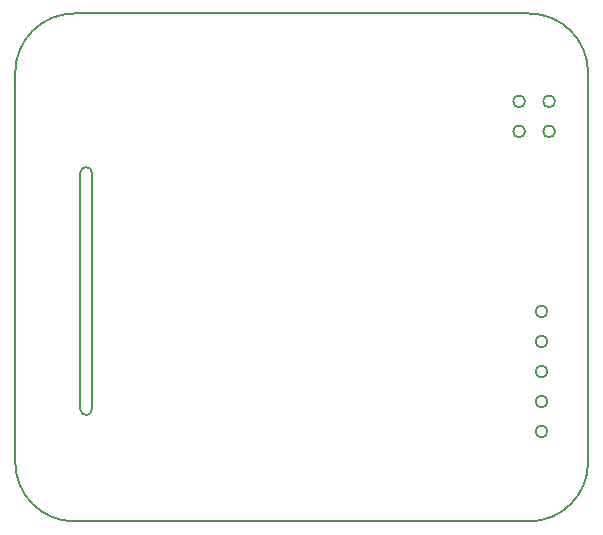
<source format=gbr>
G04 #@! TF.GenerationSoftware,KiCad,Pcbnew,5.0.2-bee76a0~70~ubuntu18.04.1*
G04 #@! TF.CreationDate,2019-04-08T17:38:34+02:00*
G04 #@! TF.ProjectId,anotterwatch,616e6f74-7465-4727-9761-7463682e6b69,rev?*
G04 #@! TF.SameCoordinates,Original*
G04 #@! TF.FileFunction,Profile,NP*
%FSLAX46Y46*%
G04 Gerber Fmt 4.6, Leading zero omitted, Abs format (unit mm)*
G04 Created by KiCad (PCBNEW 5.0.2-bee76a0~70~ubuntu18.04.1) date Mo 08 Apr 2019 17:38:34 CEST*
%MOMM*%
%LPD*%
G01*
G04 APERTURE LIST*
%ADD10C,0.150000*%
G04 APERTURE END LIST*
D10*
X84500000Y-102000000D02*
G75*
G02X83500000Y-102000000I-500000J0D01*
G01*
X83500000Y-82000000D02*
G75*
G02X84500000Y-82000000I500000J0D01*
G01*
X84500000Y-82000000D02*
X84500000Y-102000000D01*
X121152400Y-75946000D02*
G75*
G03X121152400Y-75946000I-500000J0D01*
G01*
X121160400Y-78486000D02*
G75*
G03X121160400Y-78486000I-500000J0D01*
G01*
X123692400Y-75946000D02*
G75*
G03X123692400Y-75946000I-500000J0D01*
G01*
X123700400Y-78486000D02*
G75*
G03X123700400Y-78486000I-500000J0D01*
G01*
X123059000Y-96266000D02*
G75*
G03X123059000Y-96266000I-500000J0D01*
G01*
X123059000Y-101346000D02*
G75*
G03X123059000Y-101346000I-500000J0D01*
G01*
X123051000Y-103886000D02*
G75*
G03X123051000Y-103886000I-500000J0D01*
G01*
X123051000Y-93726000D02*
G75*
G03X123051000Y-93726000I-500000J0D01*
G01*
X83500000Y-82000000D02*
X83500000Y-102000000D01*
X123055000Y-98806000D02*
G75*
G03X123055000Y-98806000I-500000J0D01*
G01*
X78000000Y-73500000D02*
G75*
G02X83000000Y-68500000I5000000J0D01*
G01*
X83000000Y-111500000D02*
G75*
G02X78000000Y-106500000I0J5000000D01*
G01*
X126500000Y-106500000D02*
G75*
G02X121500000Y-111500000I-5000000J0D01*
G01*
X121500000Y-68500000D02*
G75*
G02X126500000Y-73500000I0J-5000000D01*
G01*
X78000000Y-106500000D02*
X78000000Y-73500000D01*
X121500000Y-111500000D02*
X83000000Y-111500000D01*
X126500000Y-73500000D02*
X126500000Y-106500000D01*
X83000000Y-68500000D02*
X121500000Y-68500000D01*
M02*

</source>
